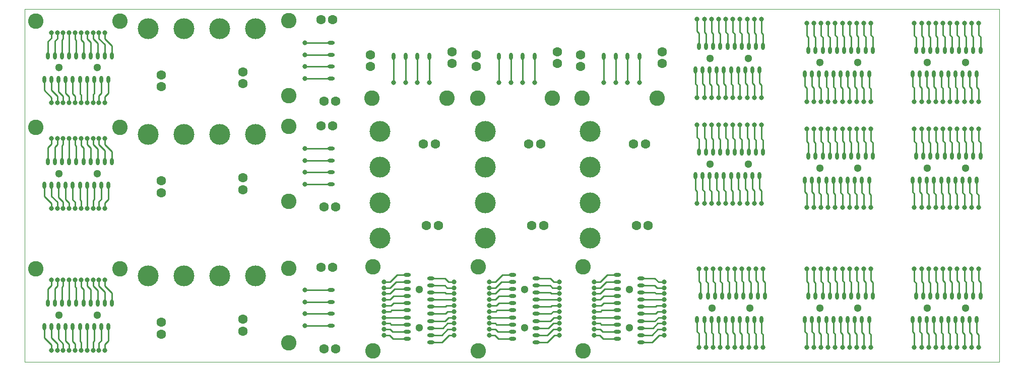
<source format=gbr>
G04 #@! TF.GenerationSoftware,KiCad,Pcbnew,(5.1.4)-1*
G04 #@! TF.CreationDate,2019-11-22T14:34:32-08:00*
G04 #@! TF.ProjectId,Type1 Termination Board v2 (UMPT_ TLH),54797065-3120-4546-9572-6d696e617469,rev?*
G04 #@! TF.SameCoordinates,Original*
G04 #@! TF.FileFunction,Copper,L2,Bot*
G04 #@! TF.FilePolarity,Positive*
%FSLAX46Y46*%
G04 Gerber Fmt 4.6, Leading zero omitted, Abs format (unit mm)*
G04 Created by KiCad (PCBNEW (5.1.4)-1) date 2019-11-22 14:34:32*
%MOMM*%
%LPD*%
G04 APERTURE LIST*
%ADD10C,0.050000*%
%ADD11C,1.300000*%
%ADD12O,0.600000X1.200000*%
%ADD13O,1.200000X0.600000*%
%ADD14C,2.600000*%
%ADD15C,1.600000*%
%ADD16C,3.500000*%
%ADD17C,0.800000*%
%ADD18C,0.250000*%
G04 APERTURE END LIST*
D10*
X175900000Y-70700000D02*
X175900000Y-71500000D01*
X12100000Y-71500000D02*
X12100000Y-12100000D01*
X175900000Y-71500000D02*
X12100000Y-71500000D01*
X175900000Y-12100000D02*
X175900000Y-70700000D01*
X12100000Y-12100000D02*
X175900000Y-12100000D01*
D11*
X145700000Y-21100000D03*
X152100000Y-21100000D03*
X145700000Y-38900000D03*
X152100000Y-38900000D03*
X145700000Y-62400000D03*
X152100000Y-62400000D03*
X170200000Y-62400000D03*
X163800000Y-62400000D03*
X170200000Y-38900000D03*
X163800000Y-38900000D03*
X170200000Y-21100000D03*
X163800000Y-21100000D03*
X134000000Y-62400000D03*
X127600000Y-62400000D03*
X127300000Y-38200000D03*
X133700000Y-38200000D03*
X127300000Y-20400000D03*
X133700000Y-20400000D03*
X113700000Y-59300000D03*
X113700000Y-65700000D03*
X96100000Y-59300000D03*
X96100000Y-65700000D03*
X24300000Y-22000000D03*
X17900000Y-22000000D03*
X78400000Y-59300000D03*
X78400000Y-65700000D03*
X24300000Y-39800000D03*
X17900000Y-39800000D03*
X24300000Y-63600000D03*
X17900000Y-63600000D03*
D12*
X143800000Y-19100000D03*
X145000000Y-19100000D03*
X146200000Y-19100000D03*
X147400000Y-19100000D03*
X148600000Y-19100000D03*
X149800000Y-19100000D03*
X151000000Y-19100000D03*
X152200000Y-19100000D03*
X153400000Y-19100000D03*
X154600000Y-19100000D03*
X143200000Y-23100000D03*
X144400000Y-23100000D03*
X145600000Y-23100000D03*
X146800000Y-23100000D03*
X148000000Y-23100000D03*
X149200000Y-23100000D03*
X150400000Y-23100000D03*
X151600000Y-23100000D03*
X152800000Y-23100000D03*
X154000000Y-23100000D03*
X143800000Y-36900000D03*
X145000000Y-36900000D03*
X146200000Y-36900000D03*
X147400000Y-36900000D03*
X148600000Y-36900000D03*
X149800000Y-36900000D03*
X151000000Y-36900000D03*
X152200000Y-36900000D03*
X153400000Y-36900000D03*
X154600000Y-36900000D03*
X143200000Y-40900000D03*
X144400000Y-40900000D03*
X145600000Y-40900000D03*
X146800000Y-40900000D03*
X148000000Y-40900000D03*
X149200000Y-40900000D03*
X150400000Y-40900000D03*
X151600000Y-40900000D03*
X152800000Y-40900000D03*
X154000000Y-40900000D03*
X143800000Y-60400000D03*
X145000000Y-60400000D03*
X146200000Y-60400000D03*
X147400000Y-60400000D03*
X148600000Y-60400000D03*
X149800000Y-60400000D03*
X151000000Y-60400000D03*
X152200000Y-60400000D03*
X153400000Y-60400000D03*
X154600000Y-60400000D03*
X143200000Y-64400000D03*
X144400000Y-64400000D03*
X145600000Y-64400000D03*
X146800000Y-64400000D03*
X148000000Y-64400000D03*
X149200000Y-64400000D03*
X150400000Y-64400000D03*
X151600000Y-64400000D03*
X152800000Y-64400000D03*
X154000000Y-64400000D03*
X161900000Y-60400000D03*
X163100000Y-60400000D03*
X164300000Y-60400000D03*
X165500000Y-60400000D03*
X166700000Y-60400000D03*
X167900000Y-60400000D03*
X169100000Y-60400000D03*
X170300000Y-60400000D03*
X171500000Y-60400000D03*
X172700000Y-60400000D03*
X161300000Y-64400000D03*
X162500000Y-64400000D03*
X163700000Y-64400000D03*
X164900000Y-64400000D03*
X166100000Y-64400000D03*
X167300000Y-64400000D03*
X168500000Y-64400000D03*
X169700000Y-64400000D03*
X170900000Y-64400000D03*
X172100000Y-64400000D03*
X161900000Y-36900000D03*
X163100000Y-36900000D03*
X164300000Y-36900000D03*
X165500000Y-36900000D03*
X166700000Y-36900000D03*
X167900000Y-36900000D03*
X169100000Y-36900000D03*
X170300000Y-36900000D03*
X171500000Y-36900000D03*
X172700000Y-36900000D03*
X161300000Y-40900000D03*
X162500000Y-40900000D03*
X163700000Y-40900000D03*
X164900000Y-40900000D03*
X166100000Y-40900000D03*
X167300000Y-40900000D03*
X168500000Y-40900000D03*
X169700000Y-40900000D03*
X170900000Y-40900000D03*
X172100000Y-40900000D03*
X161900000Y-19100000D03*
X163100000Y-19100000D03*
X164300000Y-19100000D03*
X165500000Y-19100000D03*
X166700000Y-19100000D03*
X167900000Y-19100000D03*
X169100000Y-19100000D03*
X170300000Y-19100000D03*
X171500000Y-19100000D03*
X172700000Y-19100000D03*
X161300000Y-23100000D03*
X162500000Y-23100000D03*
X163700000Y-23100000D03*
X164900000Y-23100000D03*
X166100000Y-23100000D03*
X167300000Y-23100000D03*
X168500000Y-23100000D03*
X169700000Y-23100000D03*
X170900000Y-23100000D03*
X172100000Y-23100000D03*
X125700000Y-60400000D03*
X126900000Y-60400000D03*
X128100000Y-60400000D03*
X129300000Y-60400000D03*
X130500000Y-60400000D03*
X131700000Y-60400000D03*
X132900000Y-60400000D03*
X134100000Y-60400000D03*
X135300000Y-60400000D03*
X136500000Y-60400000D03*
X125100000Y-64400000D03*
X126300000Y-64400000D03*
X127500000Y-64400000D03*
X128700000Y-64400000D03*
X129900000Y-64400000D03*
X131100000Y-64400000D03*
X132300000Y-64400000D03*
X133500000Y-64400000D03*
X134700000Y-64400000D03*
X135900000Y-64400000D03*
X135600000Y-40200000D03*
X134400000Y-40200000D03*
X133200000Y-40200000D03*
X132000000Y-40200000D03*
X130800000Y-40200000D03*
X129600000Y-40200000D03*
X128400000Y-40200000D03*
X127200000Y-40200000D03*
X126000000Y-40200000D03*
X124800000Y-40200000D03*
X136200000Y-36200000D03*
X135000000Y-36200000D03*
X133800000Y-36200000D03*
X132600000Y-36200000D03*
X131400000Y-36200000D03*
X130200000Y-36200000D03*
X129000000Y-36200000D03*
X127800000Y-36200000D03*
X126600000Y-36200000D03*
X125400000Y-36200000D03*
X135600000Y-22400000D03*
X134400000Y-22400000D03*
X133200000Y-22400000D03*
X132000000Y-22400000D03*
X130800000Y-22400000D03*
X129600000Y-22400000D03*
X128400000Y-22400000D03*
X127200000Y-22400000D03*
X126000000Y-22400000D03*
X124800000Y-22400000D03*
X136200000Y-18400000D03*
X135000000Y-18400000D03*
X133800000Y-18400000D03*
X132600000Y-18400000D03*
X131400000Y-18400000D03*
X130200000Y-18400000D03*
X129000000Y-18400000D03*
X127800000Y-18400000D03*
X126600000Y-18400000D03*
X125400000Y-18400000D03*
X109400000Y-20100000D03*
X111400000Y-20100000D03*
X113400000Y-20100000D03*
X115400000Y-20100000D03*
D13*
X111700000Y-56800000D03*
X111700000Y-58000000D03*
X111700000Y-59200000D03*
X111700000Y-60400000D03*
X111700000Y-61600000D03*
X111700000Y-62800000D03*
X111700000Y-64000000D03*
X111700000Y-65200000D03*
X111700000Y-66400000D03*
X111700000Y-67600000D03*
D14*
X105800000Y-27100000D03*
D15*
X105550000Y-21800000D03*
X105550000Y-19800000D03*
X119250000Y-21300000D03*
X119250000Y-19300000D03*
D16*
X107100000Y-32700000D03*
D15*
X114400000Y-34850000D03*
X116400000Y-34850000D03*
X114900000Y-48550000D03*
X116900000Y-48550000D03*
D14*
X105900000Y-55500000D03*
D13*
X115700000Y-57400000D03*
X115700000Y-58600000D03*
X115700000Y-59800000D03*
X115700000Y-61000000D03*
X115700000Y-62200000D03*
X115700000Y-63400000D03*
X115700000Y-64600000D03*
X115700000Y-65800000D03*
X115700000Y-67000000D03*
X115700000Y-68200000D03*
D14*
X105900000Y-69600000D03*
X118400000Y-27100000D03*
D16*
X107100000Y-44700000D03*
X107100000Y-50700000D03*
X107100000Y-38700000D03*
D12*
X91800000Y-20100000D03*
X93800000Y-20100000D03*
X95800000Y-20100000D03*
X97800000Y-20100000D03*
D13*
X94100000Y-56800000D03*
X94100000Y-58000000D03*
X94100000Y-59200000D03*
X94100000Y-60400000D03*
X94100000Y-61600000D03*
X94100000Y-62800000D03*
X94100000Y-64000000D03*
X94100000Y-65200000D03*
X94100000Y-66400000D03*
X94100000Y-67600000D03*
D14*
X88200000Y-27100000D03*
D15*
X87950000Y-21800000D03*
X87950000Y-19800000D03*
X101650000Y-21300000D03*
X101650000Y-19300000D03*
D16*
X89500000Y-32700000D03*
D15*
X96800000Y-34850000D03*
X98800000Y-34850000D03*
X97300000Y-48550000D03*
X99300000Y-48550000D03*
D14*
X88300000Y-55500000D03*
D13*
X98100000Y-57400000D03*
X98100000Y-58600000D03*
X98100000Y-59800000D03*
X98100000Y-61000000D03*
X98100000Y-62200000D03*
X98100000Y-63400000D03*
X98100000Y-64600000D03*
X98100000Y-65800000D03*
X98100000Y-67000000D03*
X98100000Y-68200000D03*
D14*
X88300000Y-69600000D03*
X100800000Y-27100000D03*
D16*
X89500000Y-44700000D03*
X89500000Y-50700000D03*
X89500000Y-38700000D03*
D13*
X63600000Y-17800000D03*
X63600000Y-19800000D03*
X63600000Y-21800000D03*
X63600000Y-23800000D03*
D12*
X26800000Y-20000000D03*
X25600000Y-20000000D03*
X24400000Y-20000000D03*
X23200000Y-20000000D03*
X22000000Y-20000000D03*
X20800000Y-20000000D03*
X19600000Y-20000000D03*
X18400000Y-20000000D03*
X17200000Y-20000000D03*
X16000000Y-20000000D03*
D14*
X56500000Y-14100000D03*
D15*
X61900000Y-13950000D03*
X63900000Y-13950000D03*
X62400000Y-27650000D03*
X64400000Y-27650000D03*
D16*
X50900000Y-15400000D03*
D15*
X48750000Y-22700000D03*
X48750000Y-24700000D03*
X35050000Y-23200000D03*
X35050000Y-25200000D03*
D14*
X28100000Y-14200000D03*
D12*
X26200000Y-24000000D03*
X25000000Y-24000000D03*
X23800000Y-24000000D03*
X22600000Y-24000000D03*
X21400000Y-24000000D03*
X20200000Y-24000000D03*
X19000000Y-24000000D03*
X17800000Y-24000000D03*
X16600000Y-24000000D03*
X15400000Y-24000000D03*
D14*
X14000000Y-14200000D03*
X56500000Y-26700000D03*
D16*
X38900000Y-15400000D03*
X32900000Y-15400000D03*
X44900000Y-15400000D03*
D12*
X74100000Y-20100000D03*
X76100000Y-20100000D03*
X78100000Y-20100000D03*
X80100000Y-20100000D03*
D13*
X76400000Y-56800000D03*
X76400000Y-58000000D03*
X76400000Y-59200000D03*
X76400000Y-60400000D03*
X76400000Y-61600000D03*
X76400000Y-62800000D03*
X76400000Y-64000000D03*
X76400000Y-65200000D03*
X76400000Y-66400000D03*
X76400000Y-67600000D03*
D14*
X70500000Y-27100000D03*
D15*
X70250000Y-21800000D03*
X70250000Y-19800000D03*
X83950000Y-21300000D03*
X83950000Y-19300000D03*
D16*
X71800000Y-32700000D03*
D15*
X79100000Y-34850000D03*
X81100000Y-34850000D03*
X79600000Y-48550000D03*
X81600000Y-48550000D03*
D14*
X70600000Y-55500000D03*
D13*
X80400000Y-57400000D03*
X80400000Y-58600000D03*
X80400000Y-59800000D03*
X80400000Y-61000000D03*
X80400000Y-62200000D03*
X80400000Y-63400000D03*
X80400000Y-64600000D03*
X80400000Y-65800000D03*
X80400000Y-67000000D03*
X80400000Y-68200000D03*
D14*
X70600000Y-69600000D03*
X83100000Y-27100000D03*
D16*
X71800000Y-44700000D03*
X71800000Y-50700000D03*
X71800000Y-38700000D03*
D13*
X63600000Y-35600000D03*
X63600000Y-37600000D03*
X63600000Y-39600000D03*
X63600000Y-41600000D03*
D12*
X26800000Y-37800000D03*
X25600000Y-37800000D03*
X24400000Y-37800000D03*
X23200000Y-37800000D03*
X22000000Y-37800000D03*
X20800000Y-37800000D03*
X19600000Y-37800000D03*
X18400000Y-37800000D03*
X17200000Y-37800000D03*
X16000000Y-37800000D03*
D14*
X56500000Y-31900000D03*
D15*
X61900000Y-31750000D03*
X63900000Y-31750000D03*
X62400000Y-45450000D03*
X64400000Y-45450000D03*
D16*
X50900000Y-33200000D03*
D15*
X48750000Y-40500000D03*
X48750000Y-42500000D03*
X35050000Y-41000000D03*
X35050000Y-43000000D03*
D14*
X28100000Y-32000000D03*
D12*
X26200000Y-41800000D03*
X25000000Y-41800000D03*
X23800000Y-41800000D03*
X22600000Y-41800000D03*
X21400000Y-41800000D03*
X20200000Y-41800000D03*
X19000000Y-41800000D03*
X17800000Y-41800000D03*
X16600000Y-41800000D03*
X15400000Y-41800000D03*
D14*
X14000000Y-32000000D03*
X56500000Y-44500000D03*
D16*
X38900000Y-33200000D03*
X32900000Y-33200000D03*
X44900000Y-33200000D03*
D13*
X63600000Y-59400000D03*
X63600000Y-61400000D03*
X63600000Y-63400000D03*
X63600000Y-65400000D03*
D12*
X26800000Y-61600000D03*
X25600000Y-61600000D03*
X24400000Y-61600000D03*
X23200000Y-61600000D03*
X22000000Y-61600000D03*
X20800000Y-61600000D03*
X19600000Y-61600000D03*
X18400000Y-61600000D03*
X17200000Y-61600000D03*
X16000000Y-61600000D03*
D14*
X56500000Y-55700000D03*
D15*
X61900000Y-55550000D03*
X63900000Y-55550000D03*
X62400000Y-69250000D03*
X64400000Y-69250000D03*
D16*
X50900000Y-57000000D03*
D15*
X48750000Y-64300000D03*
X48750000Y-66300000D03*
X35050000Y-64800000D03*
X35050000Y-66800000D03*
D14*
X28100000Y-55800000D03*
D12*
X26200000Y-65600000D03*
X25000000Y-65600000D03*
X23800000Y-65600000D03*
X22600000Y-65600000D03*
X21400000Y-65600000D03*
X20200000Y-65600000D03*
X19000000Y-65600000D03*
X17800000Y-65600000D03*
X16600000Y-65600000D03*
X15400000Y-65600000D03*
D14*
X14000000Y-55800000D03*
X56500000Y-68300000D03*
D16*
X38900000Y-57000000D03*
X32900000Y-57000000D03*
X44900000Y-57000000D03*
D17*
X18600000Y-69500000D03*
X23600000Y-69500000D03*
X59200000Y-59400000D03*
X20600000Y-69500000D03*
X24600000Y-69500000D03*
X24600000Y-57700000D03*
X16600000Y-69500000D03*
X19600000Y-57700000D03*
X17600000Y-57700000D03*
X25600000Y-57700000D03*
X59200000Y-65400000D03*
X21600000Y-69500000D03*
X25600000Y-69500000D03*
X22600000Y-69500000D03*
X19600000Y-69500000D03*
X23600000Y-57700000D03*
X20600000Y-57700000D03*
X18600000Y-57700000D03*
X59200000Y-61400000D03*
X22600000Y-57700000D03*
X16600000Y-57700000D03*
X17600000Y-69500000D03*
X59200000Y-63400000D03*
X21600000Y-57700000D03*
X18600000Y-45700000D03*
X23600000Y-45700000D03*
X59200000Y-35600000D03*
X20600000Y-45700000D03*
X24600000Y-45700000D03*
X24600000Y-33900000D03*
X16600000Y-45700000D03*
X19600000Y-33900000D03*
X17600000Y-33900000D03*
X25600000Y-33900000D03*
X59200000Y-41600000D03*
X21600000Y-45700000D03*
X25600000Y-45700000D03*
X22600000Y-45700000D03*
X19600000Y-45700000D03*
X23600000Y-33900000D03*
X20600000Y-33900000D03*
X18600000Y-33900000D03*
X59200000Y-37600000D03*
X22600000Y-33900000D03*
X16600000Y-33900000D03*
X17600000Y-45700000D03*
X59200000Y-39600000D03*
X21600000Y-33900000D03*
X84300000Y-65000000D03*
X84300000Y-60000000D03*
X74100000Y-24500000D03*
X84300000Y-63000000D03*
X84300000Y-59000000D03*
X72500000Y-59000000D03*
X84300000Y-67000000D03*
X72500000Y-64000000D03*
X72500000Y-66000000D03*
X72500000Y-58000000D03*
X80100000Y-24500000D03*
X84300000Y-62000000D03*
X84300000Y-58000000D03*
X84300000Y-61000000D03*
X84300000Y-64000000D03*
X72500000Y-60000000D03*
X72500000Y-63000000D03*
X72500000Y-65000000D03*
X76100000Y-24500000D03*
X72500000Y-61000000D03*
X72500000Y-67000000D03*
X84300000Y-66000000D03*
X78100000Y-24500000D03*
X72500000Y-62000000D03*
X18600000Y-27900000D03*
X23600000Y-27900000D03*
X59200000Y-17800000D03*
X20600000Y-27900000D03*
X24600000Y-27900000D03*
X24600000Y-16100000D03*
X16600000Y-27900000D03*
X19600000Y-16100000D03*
X17600000Y-16100000D03*
X25600000Y-16100000D03*
X59200000Y-23800000D03*
X21600000Y-27900000D03*
X25600000Y-27900000D03*
X22600000Y-27900000D03*
X19600000Y-27900000D03*
X23600000Y-16100000D03*
X20600000Y-16100000D03*
X18600000Y-16100000D03*
X59200000Y-19800000D03*
X22600000Y-16100000D03*
X16600000Y-16100000D03*
X17600000Y-27900000D03*
X59200000Y-21800000D03*
X21600000Y-16100000D03*
X102000000Y-65000000D03*
X102000000Y-60000000D03*
X91800000Y-24500000D03*
X102000000Y-63000000D03*
X102000000Y-59000000D03*
X90200000Y-59000000D03*
X102000000Y-67000000D03*
X90200000Y-64000000D03*
X90200000Y-66000000D03*
X90200000Y-58000000D03*
X97800000Y-24500000D03*
X102000000Y-62000000D03*
X102000000Y-58000000D03*
X102000000Y-61000000D03*
X102000000Y-64000000D03*
X90200000Y-60000000D03*
X90200000Y-63000000D03*
X90200000Y-65000000D03*
X93800000Y-24500000D03*
X90200000Y-61000000D03*
X90200000Y-67000000D03*
X102000000Y-66000000D03*
X95800000Y-24500000D03*
X90200000Y-62000000D03*
X119600000Y-65000000D03*
X119600000Y-60000000D03*
X109400000Y-24500000D03*
X119600000Y-63000000D03*
X119600000Y-59000000D03*
X107800000Y-59000000D03*
X119600000Y-67000000D03*
X107800000Y-64000000D03*
X107800000Y-66000000D03*
X107800000Y-58000000D03*
X115400000Y-24500000D03*
X119600000Y-62000000D03*
X119600000Y-58000000D03*
X119600000Y-61000000D03*
X119600000Y-64000000D03*
X107800000Y-60000000D03*
X107800000Y-63000000D03*
X107800000Y-65000000D03*
X111400000Y-24500000D03*
X107800000Y-61000000D03*
X107800000Y-67000000D03*
X119600000Y-66000000D03*
X113400000Y-24500000D03*
X107800000Y-62000000D03*
X133500000Y-13800000D03*
X134700000Y-13800000D03*
X126300000Y-13800000D03*
X135900000Y-13800000D03*
X125100000Y-13800000D03*
X129900000Y-13800000D03*
X131100000Y-13800000D03*
X132300000Y-13800000D03*
X127500000Y-13800000D03*
X128700000Y-13800000D03*
X127500000Y-27000000D03*
X126300000Y-27000000D03*
X133500000Y-27000000D03*
X131100000Y-27000000D03*
X134700000Y-27000000D03*
X135900000Y-27000000D03*
X125100000Y-27000000D03*
X129900000Y-27000000D03*
X132300000Y-27000000D03*
X128700000Y-27000000D03*
X133500000Y-31600000D03*
X134700000Y-31600000D03*
X126300000Y-31600000D03*
X135900000Y-31600000D03*
X125100000Y-31600000D03*
X129900000Y-31600000D03*
X131100000Y-31600000D03*
X132300000Y-31600000D03*
X127500000Y-31600000D03*
X128700000Y-31600000D03*
X127500000Y-44800000D03*
X126300000Y-44800000D03*
X133500000Y-44800000D03*
X131100000Y-44800000D03*
X134700000Y-44800000D03*
X135900000Y-44800000D03*
X125100000Y-44800000D03*
X129900000Y-44800000D03*
X132300000Y-44800000D03*
X128700000Y-44800000D03*
X127800000Y-69000000D03*
X126600000Y-69000000D03*
X135000000Y-69000000D03*
X125400000Y-69000000D03*
X136200000Y-69000000D03*
X131400000Y-69000000D03*
X130200000Y-69000000D03*
X129000000Y-69000000D03*
X133800000Y-69000000D03*
X132600000Y-69000000D03*
X133800000Y-55800000D03*
X135000000Y-55800000D03*
X127800000Y-55800000D03*
X130200000Y-55800000D03*
X126600000Y-55800000D03*
X125400000Y-55800000D03*
X136200000Y-55800000D03*
X131400000Y-55800000D03*
X129000000Y-55800000D03*
X132600000Y-55800000D03*
X164000000Y-27700000D03*
X162800000Y-27700000D03*
X171200000Y-27700000D03*
X161600000Y-27700000D03*
X172400000Y-27700000D03*
X167600000Y-27700000D03*
X166400000Y-27700000D03*
X165200000Y-27700000D03*
X170000000Y-27700000D03*
X168800000Y-27700000D03*
X170000000Y-14500000D03*
X171200000Y-14500000D03*
X164000000Y-14500000D03*
X166400000Y-14500000D03*
X162800000Y-14500000D03*
X161600000Y-14500000D03*
X172400000Y-14500000D03*
X167600000Y-14500000D03*
X165200000Y-14500000D03*
X168800000Y-14500000D03*
X164000000Y-45500000D03*
X162800000Y-45500000D03*
X171200000Y-45500000D03*
X161600000Y-45500000D03*
X172400000Y-45500000D03*
X167600000Y-45500000D03*
X166400000Y-45500000D03*
X165200000Y-45500000D03*
X170000000Y-45500000D03*
X168800000Y-45500000D03*
X170000000Y-32300000D03*
X171200000Y-32300000D03*
X164000000Y-32300000D03*
X166400000Y-32300000D03*
X162800000Y-32300000D03*
X161600000Y-32300000D03*
X172400000Y-32300000D03*
X167600000Y-32300000D03*
X165200000Y-32300000D03*
X168800000Y-32300000D03*
X164000000Y-69000000D03*
X162800000Y-69000000D03*
X171200000Y-69000000D03*
X161600000Y-69000000D03*
X172400000Y-69000000D03*
X167600000Y-69000000D03*
X166400000Y-69000000D03*
X165200000Y-69000000D03*
X170000000Y-69000000D03*
X168800000Y-69000000D03*
X170000000Y-55800000D03*
X171200000Y-55800000D03*
X164000000Y-55800000D03*
X166400000Y-55800000D03*
X162800000Y-55800000D03*
X161600000Y-55800000D03*
X172400000Y-55800000D03*
X167600000Y-55800000D03*
X165200000Y-55800000D03*
X168800000Y-55800000D03*
X148300000Y-55800000D03*
X143500000Y-69000000D03*
X148300000Y-69000000D03*
X147100000Y-55800000D03*
X145900000Y-69000000D03*
X151900000Y-69000000D03*
X144700000Y-55800000D03*
X144700000Y-69000000D03*
X150700000Y-69000000D03*
X153100000Y-69000000D03*
X153100000Y-55800000D03*
X149500000Y-69000000D03*
X147100000Y-69000000D03*
X145900000Y-55800000D03*
X149500000Y-55800000D03*
X143500000Y-55800000D03*
X150700000Y-55800000D03*
X154300000Y-55800000D03*
X154300000Y-69000000D03*
X151900000Y-55800000D03*
X148300000Y-32300000D03*
X143500000Y-45500000D03*
X148300000Y-45500000D03*
X147100000Y-32300000D03*
X145900000Y-45500000D03*
X151900000Y-45500000D03*
X144700000Y-32300000D03*
X144700000Y-45500000D03*
X150700000Y-45500000D03*
X153100000Y-45500000D03*
X153100000Y-32300000D03*
X149500000Y-45500000D03*
X147100000Y-45500000D03*
X145900000Y-32300000D03*
X149500000Y-32300000D03*
X143500000Y-32300000D03*
X150700000Y-32300000D03*
X154300000Y-32300000D03*
X154300000Y-45500000D03*
X151900000Y-32300000D03*
X148300000Y-14500000D03*
X143500000Y-27700000D03*
X148300000Y-27700000D03*
X147100000Y-14500000D03*
X145900000Y-27700000D03*
X151900000Y-27700000D03*
X144700000Y-14500000D03*
X144700000Y-27700000D03*
X150700000Y-27700000D03*
X153100000Y-27700000D03*
X153100000Y-14500000D03*
X149500000Y-27700000D03*
X147100000Y-27700000D03*
X145900000Y-14500000D03*
X149500000Y-14500000D03*
X143500000Y-14500000D03*
X150700000Y-14500000D03*
X154300000Y-14500000D03*
X154300000Y-27700000D03*
X151900000Y-14500000D03*
D18*
X61000000Y-65400000D02*
X63600000Y-65400000D01*
X23200000Y-59300000D02*
X22600000Y-58700000D01*
X24400000Y-59500000D02*
X23600000Y-58700000D01*
X23600000Y-58700000D02*
X23600000Y-57700000D01*
X61100000Y-61400000D02*
X63600000Y-61400000D01*
X61250000Y-59400000D02*
X63600000Y-59400000D01*
X61000000Y-63400000D02*
X63600000Y-63400000D01*
X22600000Y-58700000D02*
X22600000Y-57700000D01*
X20600000Y-68400000D02*
X20600000Y-69500000D01*
X21400000Y-68000000D02*
X21600000Y-68200000D01*
X24600000Y-68300000D02*
X24600000Y-69500000D01*
X21600000Y-68200000D02*
X21600000Y-69500000D01*
X19000000Y-67900000D02*
X19600000Y-68500000D01*
X23600000Y-68100000D02*
X23600000Y-69500000D01*
X17200000Y-59100000D02*
X17600000Y-58700000D01*
X26800000Y-59900000D02*
X25600000Y-58700000D01*
X25600000Y-68500000D02*
X25600000Y-69500000D01*
X18600000Y-68400000D02*
X18600000Y-69500000D01*
X23800000Y-67900000D02*
X23600000Y-68100000D01*
X18400000Y-58900000D02*
X18600000Y-58700000D01*
X26200000Y-67900000D02*
X25600000Y-68500000D01*
X61000000Y-63400000D02*
X59200000Y-63400000D01*
X20200000Y-68000000D02*
X20600000Y-68400000D01*
X25000000Y-67900000D02*
X24600000Y-68300000D01*
X24600000Y-58700000D02*
X24600000Y-57700000D01*
X19600000Y-68500000D02*
X19600000Y-69500000D01*
X20800000Y-59000000D02*
X20600000Y-58800000D01*
X21600000Y-58900000D02*
X21600000Y-57700000D01*
X20600000Y-58800000D02*
X20600000Y-57700000D01*
X22000000Y-59300000D02*
X21600000Y-58900000D01*
X17600000Y-68400000D02*
X17600000Y-69500000D01*
X15400000Y-67400000D02*
X16600000Y-68600000D01*
X16600000Y-68600000D02*
X16600000Y-69500000D01*
X16600000Y-58600000D02*
X16600000Y-57700000D01*
X17600000Y-58700000D02*
X17600000Y-57700000D01*
X17800000Y-67600000D02*
X18600000Y-68400000D01*
X25600000Y-59700000D02*
X24600000Y-58700000D01*
X18600000Y-58700000D02*
X18600000Y-57700000D01*
X16600000Y-67400000D02*
X17600000Y-68400000D01*
X25600000Y-58700000D02*
X25600000Y-57700000D01*
X16000000Y-59200000D02*
X16600000Y-58600000D01*
X20800000Y-59000000D02*
X20800000Y-61600000D01*
X23800000Y-67900000D02*
X23800000Y-65600000D01*
X61100000Y-61400000D02*
X59200000Y-61400000D01*
X17200000Y-59100000D02*
X17200000Y-61600000D01*
X20200000Y-68000000D02*
X20200000Y-65600000D01*
X17800000Y-67600000D02*
X17800000Y-65600000D01*
X22000000Y-59300000D02*
X22000000Y-61600000D01*
X25000000Y-67900000D02*
X25000000Y-65600000D01*
X18400000Y-58900000D02*
X18400000Y-61600000D01*
X25600000Y-60100000D02*
X25600000Y-61600000D01*
X25600000Y-59700000D02*
X25600000Y-60100000D01*
X21400000Y-68000000D02*
X21400000Y-65600000D01*
X61000000Y-65400000D02*
X59200000Y-65400000D01*
X19600000Y-57700000D02*
X19600000Y-58265685D01*
X15400000Y-67400000D02*
X15400000Y-65600000D01*
X16000000Y-59200000D02*
X16000000Y-61600000D01*
X23200000Y-59300000D02*
X23200000Y-61600000D01*
X61250000Y-59400000D02*
X59200000Y-59400000D01*
X22600000Y-69500000D02*
X22600000Y-65600000D01*
X19600000Y-58265685D02*
X19600000Y-61600000D01*
X26800000Y-59900000D02*
X26800000Y-61600000D01*
X16600000Y-67400000D02*
X16600000Y-65600000D01*
X26200000Y-67900000D02*
X26200000Y-65600000D01*
X19000000Y-67900000D02*
X19000000Y-65600000D01*
X24400000Y-59500000D02*
X24400000Y-61600000D01*
X61000000Y-41600000D02*
X63600000Y-41600000D01*
X23200000Y-35500000D02*
X22600000Y-34900000D01*
X24400000Y-35700000D02*
X23600000Y-34900000D01*
X23600000Y-34900000D02*
X23600000Y-33900000D01*
X61100000Y-37600000D02*
X63600000Y-37600000D01*
X61250000Y-35600000D02*
X63600000Y-35600000D01*
X61000000Y-39600000D02*
X63600000Y-39600000D01*
X22600000Y-34900000D02*
X22600000Y-33900000D01*
X20600000Y-44600000D02*
X20600000Y-45700000D01*
X21400000Y-44200000D02*
X21600000Y-44400000D01*
X24600000Y-44500000D02*
X24600000Y-45700000D01*
X21600000Y-44400000D02*
X21600000Y-45700000D01*
X19000000Y-44100000D02*
X19600000Y-44700000D01*
X23600000Y-44300000D02*
X23600000Y-45700000D01*
X17200000Y-35300000D02*
X17600000Y-34900000D01*
X26800000Y-36100000D02*
X25600000Y-34900000D01*
X25600000Y-44700000D02*
X25600000Y-45700000D01*
X18600000Y-44600000D02*
X18600000Y-45700000D01*
X23800000Y-44100000D02*
X23600000Y-44300000D01*
X18400000Y-35100000D02*
X18600000Y-34900000D01*
X26200000Y-44100000D02*
X25600000Y-44700000D01*
X61000000Y-39600000D02*
X59200000Y-39600000D01*
X20200000Y-44200000D02*
X20600000Y-44600000D01*
X25000000Y-44100000D02*
X24600000Y-44500000D01*
X24600000Y-34900000D02*
X24600000Y-33900000D01*
X19600000Y-44700000D02*
X19600000Y-45700000D01*
X20800000Y-35200000D02*
X20600000Y-35000000D01*
X21600000Y-35100000D02*
X21600000Y-33900000D01*
X20600000Y-35000000D02*
X20600000Y-33900000D01*
X22000000Y-35500000D02*
X21600000Y-35100000D01*
X17600000Y-44600000D02*
X17600000Y-45700000D01*
X15400000Y-43600000D02*
X16600000Y-44800000D01*
X16600000Y-44800000D02*
X16600000Y-45700000D01*
X16600000Y-34800000D02*
X16600000Y-33900000D01*
X17600000Y-34900000D02*
X17600000Y-33900000D01*
X17800000Y-43800000D02*
X18600000Y-44600000D01*
X25600000Y-35900000D02*
X24600000Y-34900000D01*
X18600000Y-34900000D02*
X18600000Y-33900000D01*
X16600000Y-43600000D02*
X17600000Y-44600000D01*
X25600000Y-34900000D02*
X25600000Y-33900000D01*
X16000000Y-35400000D02*
X16600000Y-34800000D01*
X20800000Y-35200000D02*
X20800000Y-37800000D01*
X23800000Y-44100000D02*
X23800000Y-41800000D01*
X61100000Y-37600000D02*
X59200000Y-37600000D01*
X17200000Y-35300000D02*
X17200000Y-37800000D01*
X20200000Y-44200000D02*
X20200000Y-41800000D01*
X17800000Y-43800000D02*
X17800000Y-41800000D01*
X22000000Y-35500000D02*
X22000000Y-37800000D01*
X25000000Y-44100000D02*
X25000000Y-41800000D01*
X18400000Y-35100000D02*
X18400000Y-37800000D01*
X25600000Y-36300000D02*
X25600000Y-37800000D01*
X25600000Y-35900000D02*
X25600000Y-36300000D01*
X21400000Y-44200000D02*
X21400000Y-41800000D01*
X61000000Y-41600000D02*
X59200000Y-41600000D01*
X19600000Y-33900000D02*
X19600000Y-34465685D01*
X15400000Y-43600000D02*
X15400000Y-41800000D01*
X16000000Y-35400000D02*
X16000000Y-37800000D01*
X23200000Y-35500000D02*
X23200000Y-37800000D01*
X61250000Y-35600000D02*
X59200000Y-35600000D01*
X22600000Y-45700000D02*
X22600000Y-41800000D01*
X19600000Y-34465685D02*
X19600000Y-37800000D01*
X26800000Y-36100000D02*
X26800000Y-37800000D01*
X16600000Y-43600000D02*
X16600000Y-41800000D01*
X26200000Y-44100000D02*
X26200000Y-41800000D01*
X19000000Y-44100000D02*
X19000000Y-41800000D01*
X24400000Y-35700000D02*
X24400000Y-37800000D01*
X80100000Y-22700000D02*
X80100000Y-20100000D01*
X74100000Y-60400000D02*
X73500000Y-61000000D01*
X74300000Y-59200000D02*
X73500000Y-60000000D01*
X73500000Y-60000000D02*
X72500000Y-60000000D01*
X76100000Y-22600000D02*
X76100000Y-20100000D01*
X74100000Y-22450000D02*
X74100000Y-20100000D01*
X78100000Y-22700000D02*
X78100000Y-20100000D01*
X73500000Y-61000000D02*
X72500000Y-61000000D01*
X83200000Y-63000000D02*
X84300000Y-63000000D01*
X82800000Y-62200000D02*
X83000000Y-62000000D01*
X83100000Y-59000000D02*
X84300000Y-59000000D01*
X83000000Y-62000000D02*
X84300000Y-62000000D01*
X82700000Y-64600000D02*
X83300000Y-64000000D01*
X82900000Y-60000000D02*
X84300000Y-60000000D01*
X73900000Y-66400000D02*
X73500000Y-66000000D01*
X74700000Y-56800000D02*
X73500000Y-58000000D01*
X83300000Y-58000000D02*
X84300000Y-58000000D01*
X83200000Y-65000000D02*
X84300000Y-65000000D01*
X82700000Y-59800000D02*
X82900000Y-60000000D01*
X73700000Y-65200000D02*
X73500000Y-65000000D01*
X82700000Y-57400000D02*
X83300000Y-58000000D01*
X78100000Y-22700000D02*
X78100000Y-24500000D01*
X82800000Y-63400000D02*
X83200000Y-63000000D01*
X82700000Y-58600000D02*
X83100000Y-59000000D01*
X73500000Y-59000000D02*
X72500000Y-59000000D01*
X83300000Y-64000000D02*
X84300000Y-64000000D01*
X73800000Y-62800000D02*
X73600000Y-63000000D01*
X73700000Y-62000000D02*
X72500000Y-62000000D01*
X73600000Y-63000000D02*
X72500000Y-63000000D01*
X74100000Y-61600000D02*
X73700000Y-62000000D01*
X83200000Y-66000000D02*
X84300000Y-66000000D01*
X82200000Y-68200000D02*
X83400000Y-67000000D01*
X83400000Y-67000000D02*
X84300000Y-67000000D01*
X73400000Y-67000000D02*
X72500000Y-67000000D01*
X73500000Y-66000000D02*
X72500000Y-66000000D01*
X82400000Y-65800000D02*
X83200000Y-65000000D01*
X74500000Y-58000000D02*
X73500000Y-59000000D01*
X73500000Y-65000000D02*
X72500000Y-65000000D01*
X82200000Y-67000000D02*
X83200000Y-66000000D01*
X73500000Y-58000000D02*
X72500000Y-58000000D01*
X74000000Y-67600000D02*
X73400000Y-67000000D01*
X73800000Y-62800000D02*
X76400000Y-62800000D01*
X82700000Y-59800000D02*
X80400000Y-59800000D01*
X76100000Y-22600000D02*
X76100000Y-24500000D01*
X73900000Y-66400000D02*
X76400000Y-66400000D01*
X82800000Y-63400000D02*
X80400000Y-63400000D01*
X82400000Y-65800000D02*
X80400000Y-65800000D01*
X74100000Y-61600000D02*
X76400000Y-61600000D01*
X82700000Y-58600000D02*
X80400000Y-58600000D01*
X73700000Y-65200000D02*
X76400000Y-65200000D01*
X74900000Y-58000000D02*
X76400000Y-58000000D01*
X74500000Y-58000000D02*
X74900000Y-58000000D01*
X82800000Y-62200000D02*
X80400000Y-62200000D01*
X80100000Y-22700000D02*
X80100000Y-24500000D01*
X72500000Y-64000000D02*
X73065685Y-64000000D01*
X82200000Y-68200000D02*
X80400000Y-68200000D01*
X74000000Y-67600000D02*
X76400000Y-67600000D01*
X74100000Y-60400000D02*
X76400000Y-60400000D01*
X74100000Y-22450000D02*
X74100000Y-24500000D01*
X84300000Y-61000000D02*
X80400000Y-61000000D01*
X73065685Y-64000000D02*
X76400000Y-64000000D01*
X74700000Y-56800000D02*
X76400000Y-56800000D01*
X82200000Y-67000000D02*
X80400000Y-67000000D01*
X82700000Y-57400000D02*
X80400000Y-57400000D01*
X82700000Y-64600000D02*
X80400000Y-64600000D01*
X74300000Y-59200000D02*
X76400000Y-59200000D01*
X61000000Y-23800000D02*
X63600000Y-23800000D01*
X23200000Y-17700000D02*
X22600000Y-17100000D01*
X24400000Y-17900000D02*
X23600000Y-17100000D01*
X23600000Y-17100000D02*
X23600000Y-16100000D01*
X61100000Y-19800000D02*
X63600000Y-19800000D01*
X61250000Y-17800000D02*
X63600000Y-17800000D01*
X61000000Y-21800000D02*
X63600000Y-21800000D01*
X22600000Y-17100000D02*
X22600000Y-16100000D01*
X20600000Y-26800000D02*
X20600000Y-27900000D01*
X21400000Y-26400000D02*
X21600000Y-26600000D01*
X24600000Y-26700000D02*
X24600000Y-27900000D01*
X21600000Y-26600000D02*
X21600000Y-27900000D01*
X19000000Y-26300000D02*
X19600000Y-26900000D01*
X23600000Y-26500000D02*
X23600000Y-27900000D01*
X17200000Y-17500000D02*
X17600000Y-17100000D01*
X26800000Y-18300000D02*
X25600000Y-17100000D01*
X25600000Y-26900000D02*
X25600000Y-27900000D01*
X18600000Y-26800000D02*
X18600000Y-27900000D01*
X23800000Y-26300000D02*
X23600000Y-26500000D01*
X18400000Y-17300000D02*
X18600000Y-17100000D01*
X26200000Y-26300000D02*
X25600000Y-26900000D01*
X61000000Y-21800000D02*
X59200000Y-21800000D01*
X20200000Y-26400000D02*
X20600000Y-26800000D01*
X25000000Y-26300000D02*
X24600000Y-26700000D01*
X24600000Y-17100000D02*
X24600000Y-16100000D01*
X19600000Y-26900000D02*
X19600000Y-27900000D01*
X20800000Y-17400000D02*
X20600000Y-17200000D01*
X21600000Y-17300000D02*
X21600000Y-16100000D01*
X20600000Y-17200000D02*
X20600000Y-16100000D01*
X22000000Y-17700000D02*
X21600000Y-17300000D01*
X17600000Y-26800000D02*
X17600000Y-27900000D01*
X15400000Y-25800000D02*
X16600000Y-27000000D01*
X16600000Y-27000000D02*
X16600000Y-27900000D01*
X16600000Y-17000000D02*
X16600000Y-16100000D01*
X17600000Y-17100000D02*
X17600000Y-16100000D01*
X17800000Y-26000000D02*
X18600000Y-26800000D01*
X25600000Y-18100000D02*
X24600000Y-17100000D01*
X18600000Y-17100000D02*
X18600000Y-16100000D01*
X16600000Y-25800000D02*
X17600000Y-26800000D01*
X25600000Y-17100000D02*
X25600000Y-16100000D01*
X16000000Y-17600000D02*
X16600000Y-17000000D01*
X20800000Y-17400000D02*
X20800000Y-20000000D01*
X23800000Y-26300000D02*
X23800000Y-24000000D01*
X61100000Y-19800000D02*
X59200000Y-19800000D01*
X17200000Y-17500000D02*
X17200000Y-20000000D01*
X20200000Y-26400000D02*
X20200000Y-24000000D01*
X17800000Y-26000000D02*
X17800000Y-24000000D01*
X22000000Y-17700000D02*
X22000000Y-20000000D01*
X25000000Y-26300000D02*
X25000000Y-24000000D01*
X18400000Y-17300000D02*
X18400000Y-20000000D01*
X25600000Y-18500000D02*
X25600000Y-20000000D01*
X25600000Y-18100000D02*
X25600000Y-18500000D01*
X21400000Y-26400000D02*
X21400000Y-24000000D01*
X61000000Y-23800000D02*
X59200000Y-23800000D01*
X19600000Y-16100000D02*
X19600000Y-16665685D01*
X15400000Y-25800000D02*
X15400000Y-24000000D01*
X16000000Y-17600000D02*
X16000000Y-20000000D01*
X23200000Y-17700000D02*
X23200000Y-20000000D01*
X61250000Y-17800000D02*
X59200000Y-17800000D01*
X22600000Y-27900000D02*
X22600000Y-24000000D01*
X19600000Y-16665685D02*
X19600000Y-20000000D01*
X26800000Y-18300000D02*
X26800000Y-20000000D01*
X16600000Y-25800000D02*
X16600000Y-24000000D01*
X26200000Y-26300000D02*
X26200000Y-24000000D01*
X19000000Y-26300000D02*
X19000000Y-24000000D01*
X24400000Y-17900000D02*
X24400000Y-20000000D01*
X97800000Y-22700000D02*
X97800000Y-20100000D01*
X91800000Y-60400000D02*
X91200000Y-61000000D01*
X92000000Y-59200000D02*
X91200000Y-60000000D01*
X91200000Y-60000000D02*
X90200000Y-60000000D01*
X93800000Y-22600000D02*
X93800000Y-20100000D01*
X91800000Y-22450000D02*
X91800000Y-20100000D01*
X95800000Y-22700000D02*
X95800000Y-20100000D01*
X91200000Y-61000000D02*
X90200000Y-61000000D01*
X100900000Y-63000000D02*
X102000000Y-63000000D01*
X100500000Y-62200000D02*
X100700000Y-62000000D01*
X100800000Y-59000000D02*
X102000000Y-59000000D01*
X100700000Y-62000000D02*
X102000000Y-62000000D01*
X100400000Y-64600000D02*
X101000000Y-64000000D01*
X100600000Y-60000000D02*
X102000000Y-60000000D01*
X91600000Y-66400000D02*
X91200000Y-66000000D01*
X92400000Y-56800000D02*
X91200000Y-58000000D01*
X101000000Y-58000000D02*
X102000000Y-58000000D01*
X100900000Y-65000000D02*
X102000000Y-65000000D01*
X100400000Y-59800000D02*
X100600000Y-60000000D01*
X91400000Y-65200000D02*
X91200000Y-65000000D01*
X100400000Y-57400000D02*
X101000000Y-58000000D01*
X95800000Y-22700000D02*
X95800000Y-24500000D01*
X100500000Y-63400000D02*
X100900000Y-63000000D01*
X100400000Y-58600000D02*
X100800000Y-59000000D01*
X91200000Y-59000000D02*
X90200000Y-59000000D01*
X101000000Y-64000000D02*
X102000000Y-64000000D01*
X91500000Y-62800000D02*
X91300000Y-63000000D01*
X91400000Y-62000000D02*
X90200000Y-62000000D01*
X91300000Y-63000000D02*
X90200000Y-63000000D01*
X91800000Y-61600000D02*
X91400000Y-62000000D01*
X100900000Y-66000000D02*
X102000000Y-66000000D01*
X99900000Y-68200000D02*
X101100000Y-67000000D01*
X101100000Y-67000000D02*
X102000000Y-67000000D01*
X91100000Y-67000000D02*
X90200000Y-67000000D01*
X91200000Y-66000000D02*
X90200000Y-66000000D01*
X100100000Y-65800000D02*
X100900000Y-65000000D01*
X92200000Y-58000000D02*
X91200000Y-59000000D01*
X91200000Y-65000000D02*
X90200000Y-65000000D01*
X99900000Y-67000000D02*
X100900000Y-66000000D01*
X91200000Y-58000000D02*
X90200000Y-58000000D01*
X91700000Y-67600000D02*
X91100000Y-67000000D01*
X91500000Y-62800000D02*
X94100000Y-62800000D01*
X100400000Y-59800000D02*
X98100000Y-59800000D01*
X93800000Y-22600000D02*
X93800000Y-24500000D01*
X91600000Y-66400000D02*
X94100000Y-66400000D01*
X100500000Y-63400000D02*
X98100000Y-63400000D01*
X100100000Y-65800000D02*
X98100000Y-65800000D01*
X91800000Y-61600000D02*
X94100000Y-61600000D01*
X100400000Y-58600000D02*
X98100000Y-58600000D01*
X91400000Y-65200000D02*
X94100000Y-65200000D01*
X92600000Y-58000000D02*
X94100000Y-58000000D01*
X92200000Y-58000000D02*
X92600000Y-58000000D01*
X100500000Y-62200000D02*
X98100000Y-62200000D01*
X97800000Y-22700000D02*
X97800000Y-24500000D01*
X90200000Y-64000000D02*
X90765685Y-64000000D01*
X99900000Y-68200000D02*
X98100000Y-68200000D01*
X91700000Y-67600000D02*
X94100000Y-67600000D01*
X91800000Y-60400000D02*
X94100000Y-60400000D01*
X91800000Y-22450000D02*
X91800000Y-24500000D01*
X102000000Y-61000000D02*
X98100000Y-61000000D01*
X90765685Y-64000000D02*
X94100000Y-64000000D01*
X92400000Y-56800000D02*
X94100000Y-56800000D01*
X99900000Y-67000000D02*
X98100000Y-67000000D01*
X100400000Y-57400000D02*
X98100000Y-57400000D01*
X100400000Y-64600000D02*
X98100000Y-64600000D01*
X92000000Y-59200000D02*
X94100000Y-59200000D01*
X115400000Y-22700000D02*
X115400000Y-20100000D01*
X109400000Y-60400000D02*
X108800000Y-61000000D01*
X109600000Y-59200000D02*
X108800000Y-60000000D01*
X108800000Y-60000000D02*
X107800000Y-60000000D01*
X111400000Y-22600000D02*
X111400000Y-20100000D01*
X109400000Y-22450000D02*
X109400000Y-20100000D01*
X113400000Y-22700000D02*
X113400000Y-20100000D01*
X108800000Y-61000000D02*
X107800000Y-61000000D01*
X118500000Y-63000000D02*
X119600000Y-63000000D01*
X118100000Y-62200000D02*
X118300000Y-62000000D01*
X118400000Y-59000000D02*
X119600000Y-59000000D01*
X118300000Y-62000000D02*
X119600000Y-62000000D01*
X118000000Y-64600000D02*
X118600000Y-64000000D01*
X118200000Y-60000000D02*
X119600000Y-60000000D01*
X109200000Y-66400000D02*
X108800000Y-66000000D01*
X110000000Y-56800000D02*
X108800000Y-58000000D01*
X118600000Y-58000000D02*
X119600000Y-58000000D01*
X118500000Y-65000000D02*
X119600000Y-65000000D01*
X118000000Y-59800000D02*
X118200000Y-60000000D01*
X109000000Y-65200000D02*
X108800000Y-65000000D01*
X118000000Y-57400000D02*
X118600000Y-58000000D01*
X113400000Y-22700000D02*
X113400000Y-24500000D01*
X118100000Y-63400000D02*
X118500000Y-63000000D01*
X118000000Y-58600000D02*
X118400000Y-59000000D01*
X108800000Y-59000000D02*
X107800000Y-59000000D01*
X118600000Y-64000000D02*
X119600000Y-64000000D01*
X109100000Y-62800000D02*
X108900000Y-63000000D01*
X109000000Y-62000000D02*
X107800000Y-62000000D01*
X108900000Y-63000000D02*
X107800000Y-63000000D01*
X109400000Y-61600000D02*
X109000000Y-62000000D01*
X118500000Y-66000000D02*
X119600000Y-66000000D01*
X117500000Y-68200000D02*
X118700000Y-67000000D01*
X118700000Y-67000000D02*
X119600000Y-67000000D01*
X108700000Y-67000000D02*
X107800000Y-67000000D01*
X108800000Y-66000000D02*
X107800000Y-66000000D01*
X117700000Y-65800000D02*
X118500000Y-65000000D01*
X109800000Y-58000000D02*
X108800000Y-59000000D01*
X108800000Y-65000000D02*
X107800000Y-65000000D01*
X117500000Y-67000000D02*
X118500000Y-66000000D01*
X108800000Y-58000000D02*
X107800000Y-58000000D01*
X109300000Y-67600000D02*
X108700000Y-67000000D01*
X109100000Y-62800000D02*
X111700000Y-62800000D01*
X118000000Y-59800000D02*
X115700000Y-59800000D01*
X111400000Y-22600000D02*
X111400000Y-24500000D01*
X109200000Y-66400000D02*
X111700000Y-66400000D01*
X118100000Y-63400000D02*
X115700000Y-63400000D01*
X117700000Y-65800000D02*
X115700000Y-65800000D01*
X109400000Y-61600000D02*
X111700000Y-61600000D01*
X118000000Y-58600000D02*
X115700000Y-58600000D01*
X109000000Y-65200000D02*
X111700000Y-65200000D01*
X110200000Y-58000000D02*
X111700000Y-58000000D01*
X109800000Y-58000000D02*
X110200000Y-58000000D01*
X118100000Y-62200000D02*
X115700000Y-62200000D01*
X115400000Y-22700000D02*
X115400000Y-24500000D01*
X107800000Y-64000000D02*
X108365685Y-64000000D01*
X117500000Y-68200000D02*
X115700000Y-68200000D01*
X109300000Y-67600000D02*
X111700000Y-67600000D01*
X109400000Y-60400000D02*
X111700000Y-60400000D01*
X109400000Y-22450000D02*
X109400000Y-24500000D01*
X119600000Y-61000000D02*
X115700000Y-61000000D01*
X108365685Y-64000000D02*
X111700000Y-64000000D01*
X110000000Y-56800000D02*
X111700000Y-56800000D01*
X117500000Y-67000000D02*
X115700000Y-67000000D01*
X118000000Y-57400000D02*
X115700000Y-57400000D01*
X118000000Y-64600000D02*
X115700000Y-64600000D01*
X109600000Y-59200000D02*
X111700000Y-59200000D01*
X134400000Y-22400000D02*
X134400000Y-24600000D01*
X129000000Y-16300000D02*
X128700000Y-16000000D01*
X134400000Y-24600000D02*
X134700000Y-24900000D01*
X134700000Y-24900000D02*
X134700000Y-27000000D01*
X128700000Y-16000000D02*
X128700000Y-13800000D01*
X129000000Y-18400000D02*
X129000000Y-16300000D01*
X135000000Y-18400000D02*
X135000000Y-16400000D01*
X134700000Y-16100000D02*
X134700000Y-13800000D01*
X126000000Y-22400000D02*
X126000000Y-24700000D01*
X135000000Y-16400000D02*
X134700000Y-16100000D01*
X131100000Y-16000000D02*
X131100000Y-13800000D01*
X131400000Y-18400000D02*
X131400000Y-16300000D01*
X125100000Y-15900000D02*
X125100000Y-13800000D01*
X125400000Y-18400000D02*
X125400000Y-16200000D01*
X125400000Y-16200000D02*
X125100000Y-15900000D01*
X126300000Y-25000000D02*
X126300000Y-27000000D01*
X131400000Y-16300000D02*
X131100000Y-16000000D01*
X126000000Y-24700000D02*
X126300000Y-25000000D01*
X128400000Y-24700000D02*
X128700000Y-25000000D01*
X128400000Y-22400000D02*
X128400000Y-24700000D01*
X128700000Y-25000000D02*
X128700000Y-27000000D01*
X127800000Y-18400000D02*
X127800000Y-16300000D01*
X127800000Y-16300000D02*
X127500000Y-16000000D01*
X130800000Y-24700000D02*
X131100000Y-25000000D01*
X131100000Y-25000000D02*
X131100000Y-27000000D01*
X130800000Y-22400000D02*
X130800000Y-24700000D01*
X127500000Y-16000000D02*
X127500000Y-13800000D01*
X133800000Y-16300000D02*
X133500000Y-16000000D01*
X133500000Y-16000000D02*
X133500000Y-13800000D01*
X133800000Y-18400000D02*
X133800000Y-16300000D01*
X133200000Y-22400000D02*
X133200000Y-24600000D01*
X133200000Y-24600000D02*
X133500000Y-24900000D01*
X133500000Y-24900000D02*
X133500000Y-27000000D01*
X135900000Y-24900000D02*
X135900000Y-27000000D01*
X135600000Y-22400000D02*
X135600000Y-24600000D01*
X135600000Y-24600000D02*
X135900000Y-24900000D01*
X124800000Y-24700000D02*
X125100000Y-25000000D01*
X130200000Y-16300000D02*
X129900000Y-16000000D01*
X124800000Y-22400000D02*
X124800000Y-24700000D01*
X130200000Y-18400000D02*
X130200000Y-16300000D01*
X125100000Y-25000000D02*
X125100000Y-27000000D01*
X129900000Y-16000000D02*
X129900000Y-13800000D01*
X127200000Y-24700000D02*
X127500000Y-25000000D01*
X127200000Y-22400000D02*
X127200000Y-24700000D01*
X127500000Y-25000000D02*
X127500000Y-27000000D01*
X126600000Y-18400000D02*
X126600000Y-16300000D01*
X126600000Y-16300000D02*
X126300000Y-16000000D01*
X129900000Y-25000000D02*
X129900000Y-27000000D01*
X129600000Y-22400000D02*
X129600000Y-24700000D01*
X129600000Y-24700000D02*
X129900000Y-25000000D01*
X126300000Y-16000000D02*
X126300000Y-13800000D01*
X132600000Y-18400000D02*
X132600000Y-16300000D01*
X132300000Y-16000000D02*
X132300000Y-13800000D01*
X132600000Y-16300000D02*
X132300000Y-16000000D01*
X132000000Y-22400000D02*
X132000000Y-24600000D01*
X136200000Y-16400000D02*
X135900000Y-16100000D01*
X135900000Y-16100000D02*
X135900000Y-13800000D01*
X136200000Y-18400000D02*
X136200000Y-16400000D01*
X132000000Y-24600000D02*
X132300000Y-24900000D01*
X132300000Y-24900000D02*
X132300000Y-27000000D01*
X134400000Y-40200000D02*
X134400000Y-42400000D01*
X129000000Y-34100000D02*
X128700000Y-33800000D01*
X134400000Y-42400000D02*
X134700000Y-42700000D01*
X134700000Y-42700000D02*
X134700000Y-44800000D01*
X128700000Y-33800000D02*
X128700000Y-31600000D01*
X129000000Y-36200000D02*
X129000000Y-34100000D01*
X135000000Y-36200000D02*
X135000000Y-34200000D01*
X134700000Y-33900000D02*
X134700000Y-31600000D01*
X126000000Y-40200000D02*
X126000000Y-42500000D01*
X135000000Y-34200000D02*
X134700000Y-33900000D01*
X131100000Y-33800000D02*
X131100000Y-31600000D01*
X131400000Y-36200000D02*
X131400000Y-34100000D01*
X125100000Y-33700000D02*
X125100000Y-31600000D01*
X125400000Y-36200000D02*
X125400000Y-34000000D01*
X125400000Y-34000000D02*
X125100000Y-33700000D01*
X126300000Y-42800000D02*
X126300000Y-44800000D01*
X131400000Y-34100000D02*
X131100000Y-33800000D01*
X126000000Y-42500000D02*
X126300000Y-42800000D01*
X128400000Y-42500000D02*
X128700000Y-42800000D01*
X128400000Y-40200000D02*
X128400000Y-42500000D01*
X128700000Y-42800000D02*
X128700000Y-44800000D01*
X127800000Y-36200000D02*
X127800000Y-34100000D01*
X127800000Y-34100000D02*
X127500000Y-33800000D01*
X130800000Y-42500000D02*
X131100000Y-42800000D01*
X131100000Y-42800000D02*
X131100000Y-44800000D01*
X130800000Y-40200000D02*
X130800000Y-42500000D01*
X127500000Y-33800000D02*
X127500000Y-31600000D01*
X133800000Y-34100000D02*
X133500000Y-33800000D01*
X133500000Y-33800000D02*
X133500000Y-31600000D01*
X133800000Y-36200000D02*
X133800000Y-34100000D01*
X133200000Y-40200000D02*
X133200000Y-42400000D01*
X133200000Y-42400000D02*
X133500000Y-42700000D01*
X133500000Y-42700000D02*
X133500000Y-44800000D01*
X135900000Y-42700000D02*
X135900000Y-44800000D01*
X135600000Y-40200000D02*
X135600000Y-42400000D01*
X135600000Y-42400000D02*
X135900000Y-42700000D01*
X124800000Y-42500000D02*
X125100000Y-42800000D01*
X130200000Y-34100000D02*
X129900000Y-33800000D01*
X124800000Y-40200000D02*
X124800000Y-42500000D01*
X130200000Y-36200000D02*
X130200000Y-34100000D01*
X125100000Y-42800000D02*
X125100000Y-44800000D01*
X129900000Y-33800000D02*
X129900000Y-31600000D01*
X127200000Y-42500000D02*
X127500000Y-42800000D01*
X127200000Y-40200000D02*
X127200000Y-42500000D01*
X127500000Y-42800000D02*
X127500000Y-44800000D01*
X126600000Y-36200000D02*
X126600000Y-34100000D01*
X126600000Y-34100000D02*
X126300000Y-33800000D01*
X129900000Y-42800000D02*
X129900000Y-44800000D01*
X129600000Y-40200000D02*
X129600000Y-42500000D01*
X129600000Y-42500000D02*
X129900000Y-42800000D01*
X126300000Y-33800000D02*
X126300000Y-31600000D01*
X132600000Y-36200000D02*
X132600000Y-34100000D01*
X132300000Y-33800000D02*
X132300000Y-31600000D01*
X132600000Y-34100000D02*
X132300000Y-33800000D01*
X132000000Y-40200000D02*
X132000000Y-42400000D01*
X136200000Y-34200000D02*
X135900000Y-33900000D01*
X135900000Y-33900000D02*
X135900000Y-31600000D01*
X136200000Y-36200000D02*
X136200000Y-34200000D01*
X132000000Y-42400000D02*
X132300000Y-42700000D01*
X132300000Y-42700000D02*
X132300000Y-44800000D01*
X126900000Y-60400000D02*
X126900000Y-58200000D01*
X132300000Y-66500000D02*
X132600000Y-66800000D01*
X126900000Y-58200000D02*
X126600000Y-57900000D01*
X126600000Y-57900000D02*
X126600000Y-55800000D01*
X132600000Y-66800000D02*
X132600000Y-69000000D01*
X132300000Y-64400000D02*
X132300000Y-66500000D01*
X126300000Y-64400000D02*
X126300000Y-66400000D01*
X126600000Y-66700000D02*
X126600000Y-69000000D01*
X135300000Y-60400000D02*
X135300000Y-58100000D01*
X126300000Y-66400000D02*
X126600000Y-66700000D01*
X130200000Y-66800000D02*
X130200000Y-69000000D01*
X129900000Y-64400000D02*
X129900000Y-66500000D01*
X136200000Y-66900000D02*
X136200000Y-69000000D01*
X135900000Y-64400000D02*
X135900000Y-66600000D01*
X135900000Y-66600000D02*
X136200000Y-66900000D01*
X135000000Y-57800000D02*
X135000000Y-55800000D01*
X129900000Y-66500000D02*
X130200000Y-66800000D01*
X135300000Y-58100000D02*
X135000000Y-57800000D01*
X132900000Y-58100000D02*
X132600000Y-57800000D01*
X132900000Y-60400000D02*
X132900000Y-58100000D01*
X132600000Y-57800000D02*
X132600000Y-55800000D01*
X133500000Y-64400000D02*
X133500000Y-66500000D01*
X133500000Y-66500000D02*
X133800000Y-66800000D01*
X130500000Y-58100000D02*
X130200000Y-57800000D01*
X130200000Y-57800000D02*
X130200000Y-55800000D01*
X130500000Y-60400000D02*
X130500000Y-58100000D01*
X133800000Y-66800000D02*
X133800000Y-69000000D01*
X127500000Y-66500000D02*
X127800000Y-66800000D01*
X127800000Y-66800000D02*
X127800000Y-69000000D01*
X127500000Y-64400000D02*
X127500000Y-66500000D01*
X128100000Y-60400000D02*
X128100000Y-58200000D01*
X128100000Y-58200000D02*
X127800000Y-57900000D01*
X127800000Y-57900000D02*
X127800000Y-55800000D01*
X125400000Y-57900000D02*
X125400000Y-55800000D01*
X125700000Y-60400000D02*
X125700000Y-58200000D01*
X125700000Y-58200000D02*
X125400000Y-57900000D01*
X136500000Y-58100000D02*
X136200000Y-57800000D01*
X131100000Y-66500000D02*
X131400000Y-66800000D01*
X136500000Y-60400000D02*
X136500000Y-58100000D01*
X131100000Y-64400000D02*
X131100000Y-66500000D01*
X136200000Y-57800000D02*
X136200000Y-55800000D01*
X131400000Y-66800000D02*
X131400000Y-69000000D01*
X134100000Y-58100000D02*
X133800000Y-57800000D01*
X134100000Y-60400000D02*
X134100000Y-58100000D01*
X133800000Y-57800000D02*
X133800000Y-55800000D01*
X134700000Y-64400000D02*
X134700000Y-66500000D01*
X134700000Y-66500000D02*
X135000000Y-66800000D01*
X131400000Y-57800000D02*
X131400000Y-55800000D01*
X131700000Y-60400000D02*
X131700000Y-58100000D01*
X131700000Y-58100000D02*
X131400000Y-57800000D01*
X135000000Y-66800000D02*
X135000000Y-69000000D01*
X128700000Y-64400000D02*
X128700000Y-66500000D01*
X129000000Y-66800000D02*
X129000000Y-69000000D01*
X128700000Y-66500000D02*
X129000000Y-66800000D01*
X129300000Y-60400000D02*
X129300000Y-58200000D01*
X125100000Y-66400000D02*
X125400000Y-66700000D01*
X125400000Y-66700000D02*
X125400000Y-69000000D01*
X125100000Y-64400000D02*
X125100000Y-66400000D01*
X129300000Y-58200000D02*
X129000000Y-57900000D01*
X129000000Y-57900000D02*
X129000000Y-55800000D01*
X163100000Y-19100000D02*
X163100000Y-16900000D01*
X168500000Y-25200000D02*
X168800000Y-25500000D01*
X163100000Y-16900000D02*
X162800000Y-16600000D01*
X162800000Y-16600000D02*
X162800000Y-14500000D01*
X168800000Y-25500000D02*
X168800000Y-27700000D01*
X168500000Y-23100000D02*
X168500000Y-25200000D01*
X162500000Y-23100000D02*
X162500000Y-25100000D01*
X162800000Y-25400000D02*
X162800000Y-27700000D01*
X171500000Y-19100000D02*
X171500000Y-16800000D01*
X162500000Y-25100000D02*
X162800000Y-25400000D01*
X166400000Y-25500000D02*
X166400000Y-27700000D01*
X166100000Y-23100000D02*
X166100000Y-25200000D01*
X172400000Y-25600000D02*
X172400000Y-27700000D01*
X172100000Y-23100000D02*
X172100000Y-25300000D01*
X172100000Y-25300000D02*
X172400000Y-25600000D01*
X171200000Y-16500000D02*
X171200000Y-14500000D01*
X166100000Y-25200000D02*
X166400000Y-25500000D01*
X171500000Y-16800000D02*
X171200000Y-16500000D01*
X169100000Y-16800000D02*
X168800000Y-16500000D01*
X169100000Y-19100000D02*
X169100000Y-16800000D01*
X168800000Y-16500000D02*
X168800000Y-14500000D01*
X169700000Y-23100000D02*
X169700000Y-25200000D01*
X169700000Y-25200000D02*
X170000000Y-25500000D01*
X166700000Y-16800000D02*
X166400000Y-16500000D01*
X166400000Y-16500000D02*
X166400000Y-14500000D01*
X166700000Y-19100000D02*
X166700000Y-16800000D01*
X170000000Y-25500000D02*
X170000000Y-27700000D01*
X163700000Y-25200000D02*
X164000000Y-25500000D01*
X164000000Y-25500000D02*
X164000000Y-27700000D01*
X163700000Y-23100000D02*
X163700000Y-25200000D01*
X164300000Y-19100000D02*
X164300000Y-16900000D01*
X164300000Y-16900000D02*
X164000000Y-16600000D01*
X164000000Y-16600000D02*
X164000000Y-14500000D01*
X161600000Y-16600000D02*
X161600000Y-14500000D01*
X161900000Y-19100000D02*
X161900000Y-16900000D01*
X161900000Y-16900000D02*
X161600000Y-16600000D01*
X172700000Y-16800000D02*
X172400000Y-16500000D01*
X167300000Y-25200000D02*
X167600000Y-25500000D01*
X172700000Y-19100000D02*
X172700000Y-16800000D01*
X167300000Y-23100000D02*
X167300000Y-25200000D01*
X172400000Y-16500000D02*
X172400000Y-14500000D01*
X167600000Y-25500000D02*
X167600000Y-27700000D01*
X170300000Y-16800000D02*
X170000000Y-16500000D01*
X170300000Y-19100000D02*
X170300000Y-16800000D01*
X170000000Y-16500000D02*
X170000000Y-14500000D01*
X170900000Y-23100000D02*
X170900000Y-25200000D01*
X170900000Y-25200000D02*
X171200000Y-25500000D01*
X167600000Y-16500000D02*
X167600000Y-14500000D01*
X167900000Y-19100000D02*
X167900000Y-16800000D01*
X167900000Y-16800000D02*
X167600000Y-16500000D01*
X171200000Y-25500000D02*
X171200000Y-27700000D01*
X164900000Y-23100000D02*
X164900000Y-25200000D01*
X165200000Y-25500000D02*
X165200000Y-27700000D01*
X164900000Y-25200000D02*
X165200000Y-25500000D01*
X165500000Y-19100000D02*
X165500000Y-16900000D01*
X161300000Y-25100000D02*
X161600000Y-25400000D01*
X161600000Y-25400000D02*
X161600000Y-27700000D01*
X161300000Y-23100000D02*
X161300000Y-25100000D01*
X165500000Y-16900000D02*
X165200000Y-16600000D01*
X165200000Y-16600000D02*
X165200000Y-14500000D01*
X163100000Y-36900000D02*
X163100000Y-34700000D01*
X168500000Y-43000000D02*
X168800000Y-43300000D01*
X163100000Y-34700000D02*
X162800000Y-34400000D01*
X162800000Y-34400000D02*
X162800000Y-32300000D01*
X168800000Y-43300000D02*
X168800000Y-45500000D01*
X168500000Y-40900000D02*
X168500000Y-43000000D01*
X162500000Y-40900000D02*
X162500000Y-42900000D01*
X162800000Y-43200000D02*
X162800000Y-45500000D01*
X171500000Y-36900000D02*
X171500000Y-34600000D01*
X162500000Y-42900000D02*
X162800000Y-43200000D01*
X166400000Y-43300000D02*
X166400000Y-45500000D01*
X166100000Y-40900000D02*
X166100000Y-43000000D01*
X172400000Y-43400000D02*
X172400000Y-45500000D01*
X172100000Y-40900000D02*
X172100000Y-43100000D01*
X172100000Y-43100000D02*
X172400000Y-43400000D01*
X171200000Y-34300000D02*
X171200000Y-32300000D01*
X166100000Y-43000000D02*
X166400000Y-43300000D01*
X171500000Y-34600000D02*
X171200000Y-34300000D01*
X169100000Y-34600000D02*
X168800000Y-34300000D01*
X169100000Y-36900000D02*
X169100000Y-34600000D01*
X168800000Y-34300000D02*
X168800000Y-32300000D01*
X169700000Y-40900000D02*
X169700000Y-43000000D01*
X169700000Y-43000000D02*
X170000000Y-43300000D01*
X166700000Y-34600000D02*
X166400000Y-34300000D01*
X166400000Y-34300000D02*
X166400000Y-32300000D01*
X166700000Y-36900000D02*
X166700000Y-34600000D01*
X170000000Y-43300000D02*
X170000000Y-45500000D01*
X163700000Y-43000000D02*
X164000000Y-43300000D01*
X164000000Y-43300000D02*
X164000000Y-45500000D01*
X163700000Y-40900000D02*
X163700000Y-43000000D01*
X164300000Y-36900000D02*
X164300000Y-34700000D01*
X164300000Y-34700000D02*
X164000000Y-34400000D01*
X164000000Y-34400000D02*
X164000000Y-32300000D01*
X161600000Y-34400000D02*
X161600000Y-32300000D01*
X161900000Y-36900000D02*
X161900000Y-34700000D01*
X161900000Y-34700000D02*
X161600000Y-34400000D01*
X172700000Y-34600000D02*
X172400000Y-34300000D01*
X167300000Y-43000000D02*
X167600000Y-43300000D01*
X172700000Y-36900000D02*
X172700000Y-34600000D01*
X167300000Y-40900000D02*
X167300000Y-43000000D01*
X172400000Y-34300000D02*
X172400000Y-32300000D01*
X167600000Y-43300000D02*
X167600000Y-45500000D01*
X170300000Y-34600000D02*
X170000000Y-34300000D01*
X170300000Y-36900000D02*
X170300000Y-34600000D01*
X170000000Y-34300000D02*
X170000000Y-32300000D01*
X170900000Y-40900000D02*
X170900000Y-43000000D01*
X170900000Y-43000000D02*
X171200000Y-43300000D01*
X167600000Y-34300000D02*
X167600000Y-32300000D01*
X167900000Y-36900000D02*
X167900000Y-34600000D01*
X167900000Y-34600000D02*
X167600000Y-34300000D01*
X171200000Y-43300000D02*
X171200000Y-45500000D01*
X164900000Y-40900000D02*
X164900000Y-43000000D01*
X165200000Y-43300000D02*
X165200000Y-45500000D01*
X164900000Y-43000000D02*
X165200000Y-43300000D01*
X165500000Y-36900000D02*
X165500000Y-34700000D01*
X161300000Y-42900000D02*
X161600000Y-43200000D01*
X161600000Y-43200000D02*
X161600000Y-45500000D01*
X161300000Y-40900000D02*
X161300000Y-42900000D01*
X165500000Y-34700000D02*
X165200000Y-34400000D01*
X165200000Y-34400000D02*
X165200000Y-32300000D01*
X163100000Y-60400000D02*
X163100000Y-58200000D01*
X168500000Y-66500000D02*
X168800000Y-66800000D01*
X163100000Y-58200000D02*
X162800000Y-57900000D01*
X162800000Y-57900000D02*
X162800000Y-55800000D01*
X168800000Y-66800000D02*
X168800000Y-69000000D01*
X168500000Y-64400000D02*
X168500000Y-66500000D01*
X162500000Y-64400000D02*
X162500000Y-66400000D01*
X162800000Y-66700000D02*
X162800000Y-69000000D01*
X171500000Y-60400000D02*
X171500000Y-58100000D01*
X162500000Y-66400000D02*
X162800000Y-66700000D01*
X166400000Y-66800000D02*
X166400000Y-69000000D01*
X166100000Y-64400000D02*
X166100000Y-66500000D01*
X172400000Y-66900000D02*
X172400000Y-69000000D01*
X172100000Y-64400000D02*
X172100000Y-66600000D01*
X172100000Y-66600000D02*
X172400000Y-66900000D01*
X171200000Y-57800000D02*
X171200000Y-55800000D01*
X166100000Y-66500000D02*
X166400000Y-66800000D01*
X171500000Y-58100000D02*
X171200000Y-57800000D01*
X169100000Y-58100000D02*
X168800000Y-57800000D01*
X169100000Y-60400000D02*
X169100000Y-58100000D01*
X168800000Y-57800000D02*
X168800000Y-55800000D01*
X169700000Y-64400000D02*
X169700000Y-66500000D01*
X169700000Y-66500000D02*
X170000000Y-66800000D01*
X166700000Y-58100000D02*
X166400000Y-57800000D01*
X166400000Y-57800000D02*
X166400000Y-55800000D01*
X166700000Y-60400000D02*
X166700000Y-58100000D01*
X170000000Y-66800000D02*
X170000000Y-69000000D01*
X163700000Y-66500000D02*
X164000000Y-66800000D01*
X164000000Y-66800000D02*
X164000000Y-69000000D01*
X163700000Y-64400000D02*
X163700000Y-66500000D01*
X164300000Y-60400000D02*
X164300000Y-58200000D01*
X164300000Y-58200000D02*
X164000000Y-57900000D01*
X164000000Y-57900000D02*
X164000000Y-55800000D01*
X161600000Y-57900000D02*
X161600000Y-55800000D01*
X161900000Y-60400000D02*
X161900000Y-58200000D01*
X161900000Y-58200000D02*
X161600000Y-57900000D01*
X172700000Y-58100000D02*
X172400000Y-57800000D01*
X167300000Y-66500000D02*
X167600000Y-66800000D01*
X172700000Y-60400000D02*
X172700000Y-58100000D01*
X167300000Y-64400000D02*
X167300000Y-66500000D01*
X172400000Y-57800000D02*
X172400000Y-55800000D01*
X167600000Y-66800000D02*
X167600000Y-69000000D01*
X170300000Y-58100000D02*
X170000000Y-57800000D01*
X170300000Y-60400000D02*
X170300000Y-58100000D01*
X170000000Y-57800000D02*
X170000000Y-55800000D01*
X170900000Y-64400000D02*
X170900000Y-66500000D01*
X170900000Y-66500000D02*
X171200000Y-66800000D01*
X167600000Y-57800000D02*
X167600000Y-55800000D01*
X167900000Y-60400000D02*
X167900000Y-58100000D01*
X167900000Y-58100000D02*
X167600000Y-57800000D01*
X171200000Y-66800000D02*
X171200000Y-69000000D01*
X164900000Y-64400000D02*
X164900000Y-66500000D01*
X165200000Y-66800000D02*
X165200000Y-69000000D01*
X164900000Y-66500000D02*
X165200000Y-66800000D01*
X165500000Y-60400000D02*
X165500000Y-58200000D01*
X161300000Y-66400000D02*
X161600000Y-66700000D01*
X161600000Y-66700000D02*
X161600000Y-69000000D01*
X161300000Y-64400000D02*
X161300000Y-66400000D01*
X165500000Y-58200000D02*
X165200000Y-57900000D01*
X165200000Y-57900000D02*
X165200000Y-55800000D01*
X143800000Y-60400000D02*
X143800000Y-58200000D01*
X149200000Y-64400000D02*
X149200000Y-66500000D01*
X150400000Y-66500000D02*
X150700000Y-66800000D01*
X154300000Y-66900000D02*
X154300000Y-69000000D01*
X148300000Y-66800000D02*
X148300000Y-69000000D01*
X148300000Y-57800000D02*
X148300000Y-55800000D01*
X152200000Y-58100000D02*
X151900000Y-57800000D01*
X144400000Y-66400000D02*
X144700000Y-66700000D01*
X144700000Y-66700000D02*
X144700000Y-69000000D01*
X144400000Y-64400000D02*
X144400000Y-66400000D01*
X151000000Y-58100000D02*
X150700000Y-57800000D01*
X151900000Y-66800000D02*
X151900000Y-69000000D01*
X145600000Y-66500000D02*
X145900000Y-66800000D01*
X151600000Y-64400000D02*
X151600000Y-66500000D01*
X148000000Y-66500000D02*
X148300000Y-66800000D01*
X150700000Y-57800000D02*
X150700000Y-55800000D01*
X153400000Y-60400000D02*
X153400000Y-58100000D01*
X154000000Y-64400000D02*
X154000000Y-66600000D01*
X153100000Y-57800000D02*
X153100000Y-55800000D01*
X151600000Y-66500000D02*
X151900000Y-66800000D01*
X145000000Y-58200000D02*
X144700000Y-57900000D01*
X151000000Y-60400000D02*
X151000000Y-58100000D01*
X150400000Y-64400000D02*
X150400000Y-66500000D01*
X153400000Y-58100000D02*
X153100000Y-57800000D01*
X144700000Y-57900000D02*
X144700000Y-55800000D01*
X150700000Y-66800000D02*
X150700000Y-69000000D01*
X148000000Y-64400000D02*
X148000000Y-66500000D01*
X152800000Y-64400000D02*
X152800000Y-66500000D01*
X148600000Y-58100000D02*
X148300000Y-57800000D01*
X143800000Y-58200000D02*
X143500000Y-57900000D01*
X148600000Y-60400000D02*
X148600000Y-58100000D01*
X154000000Y-66600000D02*
X154300000Y-66900000D01*
X145000000Y-60400000D02*
X145000000Y-58200000D01*
X145600000Y-64400000D02*
X145600000Y-66500000D01*
X143200000Y-64400000D02*
X143200000Y-66400000D01*
X143200000Y-66400000D02*
X143500000Y-66700000D01*
X149500000Y-57800000D02*
X149500000Y-55800000D01*
X146200000Y-60400000D02*
X146200000Y-58200000D01*
X145900000Y-66800000D02*
X145900000Y-69000000D01*
X149800000Y-60400000D02*
X149800000Y-58100000D01*
X154300000Y-57800000D02*
X154300000Y-55800000D01*
X149200000Y-66500000D02*
X149500000Y-66800000D01*
X145900000Y-57900000D02*
X145900000Y-55800000D01*
X147400000Y-60400000D02*
X147400000Y-58200000D01*
X143500000Y-66700000D02*
X143500000Y-69000000D01*
X147100000Y-57900000D02*
X147100000Y-55800000D01*
X154600000Y-58100000D02*
X154300000Y-57800000D01*
X149500000Y-66800000D02*
X149500000Y-69000000D01*
X152800000Y-66500000D02*
X153100000Y-66800000D01*
X147100000Y-66800000D02*
X147100000Y-69000000D01*
X152200000Y-60400000D02*
X152200000Y-58100000D01*
X146800000Y-66500000D02*
X147100000Y-66800000D01*
X146200000Y-58200000D02*
X145900000Y-57900000D01*
X153100000Y-66800000D02*
X153100000Y-69000000D01*
X147400000Y-58200000D02*
X147100000Y-57900000D01*
X149800000Y-58100000D02*
X149500000Y-57800000D01*
X151900000Y-57800000D02*
X151900000Y-55800000D01*
X146800000Y-64400000D02*
X146800000Y-66500000D01*
X143500000Y-57900000D02*
X143500000Y-55800000D01*
X154600000Y-60400000D02*
X154600000Y-58100000D01*
X143800000Y-36900000D02*
X143800000Y-34700000D01*
X149200000Y-40900000D02*
X149200000Y-43000000D01*
X150400000Y-43000000D02*
X150700000Y-43300000D01*
X154300000Y-43400000D02*
X154300000Y-45500000D01*
X148300000Y-43300000D02*
X148300000Y-45500000D01*
X148300000Y-34300000D02*
X148300000Y-32300000D01*
X152200000Y-34600000D02*
X151900000Y-34300000D01*
X144400000Y-42900000D02*
X144700000Y-43200000D01*
X144700000Y-43200000D02*
X144700000Y-45500000D01*
X144400000Y-40900000D02*
X144400000Y-42900000D01*
X151000000Y-34600000D02*
X150700000Y-34300000D01*
X151900000Y-43300000D02*
X151900000Y-45500000D01*
X145600000Y-43000000D02*
X145900000Y-43300000D01*
X151600000Y-40900000D02*
X151600000Y-43000000D01*
X148000000Y-43000000D02*
X148300000Y-43300000D01*
X150700000Y-34300000D02*
X150700000Y-32300000D01*
X153400000Y-36900000D02*
X153400000Y-34600000D01*
X154000000Y-40900000D02*
X154000000Y-43100000D01*
X153100000Y-34300000D02*
X153100000Y-32300000D01*
X151600000Y-43000000D02*
X151900000Y-43300000D01*
X145000000Y-34700000D02*
X144700000Y-34400000D01*
X151000000Y-36900000D02*
X151000000Y-34600000D01*
X150400000Y-40900000D02*
X150400000Y-43000000D01*
X153400000Y-34600000D02*
X153100000Y-34300000D01*
X144700000Y-34400000D02*
X144700000Y-32300000D01*
X150700000Y-43300000D02*
X150700000Y-45500000D01*
X148000000Y-40900000D02*
X148000000Y-43000000D01*
X152800000Y-40900000D02*
X152800000Y-43000000D01*
X148600000Y-34600000D02*
X148300000Y-34300000D01*
X143800000Y-34700000D02*
X143500000Y-34400000D01*
X148600000Y-36900000D02*
X148600000Y-34600000D01*
X154000000Y-43100000D02*
X154300000Y-43400000D01*
X145000000Y-36900000D02*
X145000000Y-34700000D01*
X145600000Y-40900000D02*
X145600000Y-43000000D01*
X143200000Y-40900000D02*
X143200000Y-42900000D01*
X143200000Y-42900000D02*
X143500000Y-43200000D01*
X149500000Y-34300000D02*
X149500000Y-32300000D01*
X146200000Y-36900000D02*
X146200000Y-34700000D01*
X145900000Y-43300000D02*
X145900000Y-45500000D01*
X149800000Y-36900000D02*
X149800000Y-34600000D01*
X154300000Y-34300000D02*
X154300000Y-32300000D01*
X149200000Y-43000000D02*
X149500000Y-43300000D01*
X145900000Y-34400000D02*
X145900000Y-32300000D01*
X147400000Y-36900000D02*
X147400000Y-34700000D01*
X143500000Y-43200000D02*
X143500000Y-45500000D01*
X147100000Y-34400000D02*
X147100000Y-32300000D01*
X154600000Y-34600000D02*
X154300000Y-34300000D01*
X149500000Y-43300000D02*
X149500000Y-45500000D01*
X152800000Y-43000000D02*
X153100000Y-43300000D01*
X147100000Y-43300000D02*
X147100000Y-45500000D01*
X152200000Y-36900000D02*
X152200000Y-34600000D01*
X146800000Y-43000000D02*
X147100000Y-43300000D01*
X146200000Y-34700000D02*
X145900000Y-34400000D01*
X153100000Y-43300000D02*
X153100000Y-45500000D01*
X147400000Y-34700000D02*
X147100000Y-34400000D01*
X149800000Y-34600000D02*
X149500000Y-34300000D01*
X151900000Y-34300000D02*
X151900000Y-32300000D01*
X146800000Y-40900000D02*
X146800000Y-43000000D01*
X143500000Y-34400000D02*
X143500000Y-32300000D01*
X154600000Y-36900000D02*
X154600000Y-34600000D01*
X143800000Y-19100000D02*
X143800000Y-16900000D01*
X149200000Y-23100000D02*
X149200000Y-25200000D01*
X150400000Y-25200000D02*
X150700000Y-25500000D01*
X154300000Y-25600000D02*
X154300000Y-27700000D01*
X148300000Y-25500000D02*
X148300000Y-27700000D01*
X148300000Y-16500000D02*
X148300000Y-14500000D01*
X152200000Y-16800000D02*
X151900000Y-16500000D01*
X144400000Y-25100000D02*
X144700000Y-25400000D01*
X144700000Y-25400000D02*
X144700000Y-27700000D01*
X144400000Y-23100000D02*
X144400000Y-25100000D01*
X151000000Y-16800000D02*
X150700000Y-16500000D01*
X151900000Y-25500000D02*
X151900000Y-27700000D01*
X145600000Y-25200000D02*
X145900000Y-25500000D01*
X151600000Y-23100000D02*
X151600000Y-25200000D01*
X148000000Y-25200000D02*
X148300000Y-25500000D01*
X150700000Y-16500000D02*
X150700000Y-14500000D01*
X153400000Y-19100000D02*
X153400000Y-16800000D01*
X154000000Y-23100000D02*
X154000000Y-25300000D01*
X153100000Y-16500000D02*
X153100000Y-14500000D01*
X151600000Y-25200000D02*
X151900000Y-25500000D01*
X145000000Y-16900000D02*
X144700000Y-16600000D01*
X151000000Y-19100000D02*
X151000000Y-16800000D01*
X150400000Y-23100000D02*
X150400000Y-25200000D01*
X153400000Y-16800000D02*
X153100000Y-16500000D01*
X144700000Y-16600000D02*
X144700000Y-14500000D01*
X150700000Y-25500000D02*
X150700000Y-27700000D01*
X148000000Y-23100000D02*
X148000000Y-25200000D01*
X152800000Y-23100000D02*
X152800000Y-25200000D01*
X148600000Y-16800000D02*
X148300000Y-16500000D01*
X143800000Y-16900000D02*
X143500000Y-16600000D01*
X148600000Y-19100000D02*
X148600000Y-16800000D01*
X154000000Y-25300000D02*
X154300000Y-25600000D01*
X145000000Y-19100000D02*
X145000000Y-16900000D01*
X145600000Y-23100000D02*
X145600000Y-25200000D01*
X143200000Y-23100000D02*
X143200000Y-25100000D01*
X143200000Y-25100000D02*
X143500000Y-25400000D01*
X149500000Y-16500000D02*
X149500000Y-14500000D01*
X146200000Y-19100000D02*
X146200000Y-16900000D01*
X145900000Y-25500000D02*
X145900000Y-27700000D01*
X149800000Y-19100000D02*
X149800000Y-16800000D01*
X154300000Y-16500000D02*
X154300000Y-14500000D01*
X149200000Y-25200000D02*
X149500000Y-25500000D01*
X145900000Y-16600000D02*
X145900000Y-14500000D01*
X147400000Y-19100000D02*
X147400000Y-16900000D01*
X143500000Y-25400000D02*
X143500000Y-27700000D01*
X147100000Y-16600000D02*
X147100000Y-14500000D01*
X154600000Y-16800000D02*
X154300000Y-16500000D01*
X149500000Y-25500000D02*
X149500000Y-27700000D01*
X152800000Y-25200000D02*
X153100000Y-25500000D01*
X147100000Y-25500000D02*
X147100000Y-27700000D01*
X152200000Y-19100000D02*
X152200000Y-16800000D01*
X146800000Y-25200000D02*
X147100000Y-25500000D01*
X146200000Y-16900000D02*
X145900000Y-16600000D01*
X153100000Y-25500000D02*
X153100000Y-27700000D01*
X147400000Y-16900000D02*
X147100000Y-16600000D01*
X149800000Y-16800000D02*
X149500000Y-16500000D01*
X151900000Y-16500000D02*
X151900000Y-14500000D01*
X146800000Y-23100000D02*
X146800000Y-25200000D01*
X143500000Y-16600000D02*
X143500000Y-14500000D01*
X154600000Y-19100000D02*
X154600000Y-16800000D01*
M02*

</source>
